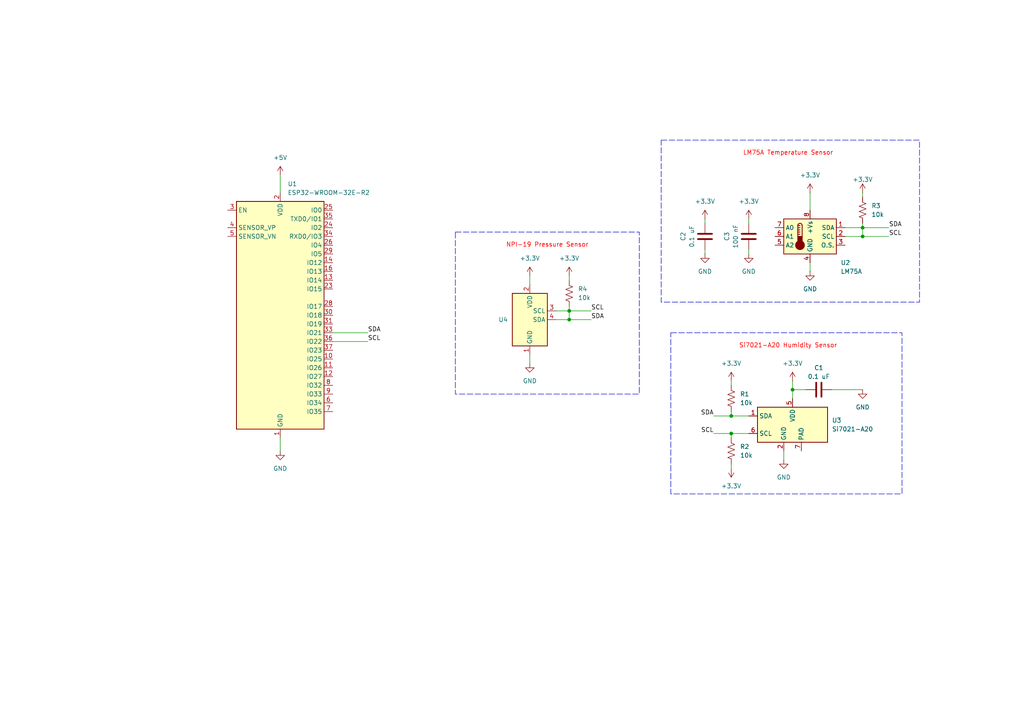
<source format=kicad_sch>
(kicad_sch (version 20250114) (generator "eeschema") (generator_version "9.0")
  (paper "A4")
  (lib_symbols
    (symbol "Device:C" (pin_numbers (hide yes)) (pin_names (offset 0.254))
      (property "Reference" "C" (at 0.635 2.54 0))
      (property "Value" "C" (at 0.635 -2.54 0))
      (symbol "C_0_1"
        (polyline (pts (xy -2.032 0.762) (xy 2.032 0.762)) (stroke (width 0.508)))
        (polyline (pts (xy -2.032 -0.762) (xy 2.032 -0.762)) (stroke (width 0.508)))
      )
      (symbol "C_1_1"
        (pin passive line (at 0 3.81 270) (length 2.794) (name "~") (number "1"))
        (pin passive line (at 0 -3.81 90) (length 2.794) (name "~") (number "2"))
      )
    )
    (symbol "Device:R_US" (pin_numbers (hide yes)) (pin_names (offset 0))
      (property "Reference" "R" (at 2.54 0 90))
      (property "Value" "R_US" (at -2.54 0 90))
      (symbol "R_US_0_1"
        (polyline (pts (xy 0 2.286) (xy 0 2.54)))
        (polyline (pts (xy 0 2.286) (xy 1.016 1.905) (xy 0 1.524) (xy -1.016 1.143) (xy 0 0.762)))
        (polyline (pts (xy 0 0.762) (xy 1.016 0.381) (xy 0 0) (xy -1.016 -0.381) (xy 0 -0.762)))
        (polyline (pts (xy 0 -0.762) (xy 1.016 -1.143) (xy 0 -1.524) (xy -1.016 -1.905) (xy 0 -2.286)))
        (polyline (pts (xy 0 -2.286) (xy 0 -2.54)))
      )
      (symbol "R_US_1_1"
        (pin passive line (at 0 3.81 270) (length 1.27) (name "~") (number "1"))
        (pin passive line (at 0 -3.81 90) (length 1.27) (name "~") (number "2"))
      )
    )
    (symbol "RF_Module:ESP32-WROOM-32E-R2"
      (property "Reference" "U" (at -12.7 34.29 0))
      (property "Value" "ESP32-WROOM-32E-R2" (at 1.27 34.29 0))
      (symbol "ESP32-WROOM-32E-R2_0_1"
        (rectangle (start -12.7 33.02) (end 12.7 -33.02) (stroke (width 0.254)) (fill (type background)))
      )
      (symbol "ESP32-WROOM-32E-R2_1_1"
        (pin input line (at -15.24 30.48 0) (length 2.54) (name "EN") (number "3"))
        (pin input line (at -15.24 25.4 0) (length 2.54) (name "SENSOR_VP") (number "4"))
        (pin input line (at -15.24 22.86 0) (length 2.54) (name "SENSOR_VN") (number "5"))
        (pin no_connect line (at -12.7 0 0) (length 2.54) (hide yes) (name "NC") (number "21"))
        (pin no_connect line (at -12.7 -2.54 0) (length 2.54) (hide yes) (name "NC") (number "22"))
        (pin no_connect line (at -12.7 -5.08 0) (length 2.54) (hide yes) (name "NC") (number "17"))
        (pin no_connect line (at -12.7 -7.62 0) (length 2.54) (hide yes) (name "NC") (number "18"))
        (pin no_connect line (at -12.7 -10.16 0) (length 2.54) (hide yes) (name "NC") (number "20"))
        (pin no_connect line (at -12.7 -12.7 0) (length 2.54) (hide yes) (name "NC") (number "19"))
        (pin no_connect line (at -12.7 -27.94 0) (length 2.54) (hide yes) (name "NC") (number "32"))
        (pin power_in line (at 0 35.56 270) (length 2.54) (name "VDD") (number "2"))
        (pin power_in line (at 0 -35.56 90) (length 2.54) (name "GND") (number "1"))
        (pin passive line (at 0 -35.56 90) (length 2.54) (hide yes) (name "GND") (number "15"))
        (pin passive line (at 0 -35.56 90) (length 2.54) (hide yes) (name "GND") (number "38"))
        (pin passive line (at 0 -35.56 90) (length 2.54) (hide yes) (name "GND") (number "39"))
        (pin no_connect line (at 12.7 5.08 180) (length 2.54) (hide yes) (name "NC") (number "27"))
        (pin bidirectional line (at 15.24 30.48 180) (length 2.54) (name "IO0") (number "25"))
        (pin bidirectional line (at 15.24 27.94 180) (length 2.54) (name "TXD0/IO1") (number "35"))
        (pin bidirectional line (at 15.24 25.4 180) (length 2.54) (name "IO2") (number "24"))
        (pin bidirectional line (at 15.24 22.86 180) (length 2.54) (name "RXD0/IO3") (number "34"))
        (pin bidirectional line (at 15.24 20.32 180) (length 2.54) (name "IO4") (number "26"))
        (pin bidirectional line (at 15.24 17.78 180) (length 2.54) (name "IO5") (number "29"))
        (pin bidirectional line (at 15.24 15.24 180) (length 2.54) (name "IO12") (number "14"))
        (pin bidirectional line (at 15.24 12.7 180) (length 2.54) (name "IO13") (number "16"))
        (pin bidirectional line (at 15.24 10.16 180) (length 2.54) (name "IO14") (number "13"))
        (pin bidirectional line (at 15.24 7.62 180) (length 2.54) (name "IO15") (number "23"))
        (pin bidirectional line (at 15.24 2.54 180) (length 2.54) (name "IO17") (number "28"))
        (pin bidirectional line (at 15.24 0 180) (length 2.54) (name "IO18") (number "30"))
        (pin bidirectional line (at 15.24 -2.54 180) (length 2.54) (name "IO19") (number "31"))
        (pin bidirectional line (at 15.24 -5.08 180) (length 2.54) (name "IO21") (number "33"))
        (pin bidirectional line (at 15.24 -7.62 180) (length 2.54) (name "IO22") (number "36"))
        (pin bidirectional line (at 15.24 -10.16 180) (length 2.54) (name "IO23") (number "37"))
        (pin bidirectional line (at 15.24 -12.7 180) (length 2.54) (name "IO25") (number "10"))
        (pin bidirectional line (at 15.24 -15.24 180) (length 2.54) (name "IO26") (number "11"))
        (pin bidirectional line (at 15.24 -17.78 180) (length 2.54) (name "IO27") (number "12"))
        (pin bidirectional line (at 15.24 -20.32 180) (length 2.54) (name "IO32") (number "8"))
        (pin bidirectional line (at 15.24 -22.86 180) (length 2.54) (name "IO33") (number "9"))
        (pin input line (at 15.24 -25.4 180) (length 2.54) (name "IO34") (number "6"))
        (pin input line (at 15.24 -27.94 180) (length 2.54) (name "IO35") (number "7"))
      )
    )
    (symbol "Sensor_Humidity:Si7021-A20"
      (property "Reference" "U" (at -5.08 7.62 0))
      (property "Value" "Si7021-A20" (at -10.16 10.16 0))
      (symbol "Si7021-A20_0_1"
        (rectangle (start -10.16 5.08) (end 10.16 -5.08) (stroke (width 0.254)) (fill (type background)))
      )
      (symbol "Si7021-A20_1_1"
        (pin bidirectional line (at -12.7 2.54 0) (length 2.54) (name "SDA") (number "1"))
        (pin input line (at -12.7 -2.54 0) (length 2.54) (name "SCL") (number "6"))
        (pin power_in line (at -2.54 -7.62 90) (length 2.54) (name "GND") (number "2"))
        (pin power_in line (at 0 7.62 270) (length 2.54) (name "VDD") (number "5"))
        (pin passive line (at 2.54 -7.62 90) (length 2.54) (name "PAD") (number "7"))
        (pin no_connect line (at 10.16 2.54 180) (length 2.54) (hide yes) (name "NC") (number "3"))
        (pin no_connect line (at 10.16 -2.54 180) (length 2.54) (hide yes) (name "NC") (number "4"))
      )
    )
    (symbol "Sensor_Pressure:MS5837-xxBA"
      (property "Reference" "U" (at 1.27 11.43 0))
      (property "Value" "MS5837-xxBA" (at 1.27 8.89 0))
      (symbol "MS5837-xxBA_0_1"
        (rectangle (start -5.08 7.62) (end 5.08 -7.62) (stroke (width 0.254)) (fill (type background)))
      )
      (symbol "MS5837-xxBA_1_1"
        (pin power_in line (at 0 10.16 270) (length 2.54) (name "VDD") (number "2"))
        (pin power_in line (at 0 -10.16 90) (length 2.54) (name "GND") (number "1"))
        (pin passive line (at 7.62 2.54 180) (length 2.54) (name "SCL") (number "3"))
        (pin bidirectional line (at 7.62 0 180) (length 2.54) (name "SDA") (number "4"))
      )
    )
    (symbol "Sensor_Temperature:LM75B"
      (property "Reference" "U" (at -6.35 11.43 0))
      (property "Value" "LM75B" (at 0 11.43 0))
      (symbol "LM75B_0_1"
        (rectangle (start -7.62 5.08) (end 7.62 -5.08) (stroke (width 0.254)) (fill (type background)))
        (polyline (pts (xy -3.556 3.175) (xy -3.556 0)) (stroke (width 0.254)))
        (polyline (pts (xy -3.556 3.175) (xy -2.921 3.175)) (stroke (width 0.254)))
        (polyline (pts (xy -3.556 2.54) (xy -2.921 2.54)) (stroke (width 0.254)))
        (polyline (pts (xy -3.556 1.905) (xy -2.921 1.905)) (stroke (width 0.254)))
        (polyline (pts (xy -3.556 1.27) (xy -2.921 1.27)) (stroke (width 0.254)))
        (polyline (pts (xy -3.556 0.635) (xy -2.921 0.635)) (stroke (width 0.254)))
        (rectangle (start -3.556 0) (end -2.286 -1.905) (stroke (width 0.254)) (fill (type outline)))
        (arc (start -3.556 3.175) (mid -2.921 3.8073) (end -2.286 3.175) (stroke (width 0.254)))
        (circle (center -2.921 -2.54) (radius 1.27) (stroke (width 0.254)) (fill (type outline)))
        (polyline (pts (xy -2.286 3.175) (xy -2.286 0)) (stroke (width 0.254)))
      )
      (symbol "LM75B_1_1"
        (pin input line (at -10.16 2.54 0) (length 2.54) (name "A0") (number "7"))
        (pin input line (at -10.16 0 0) (length 2.54) (name "A1") (number "6"))
        (pin input line (at -10.16 -2.54 0) (length 2.54) (name "A2") (number "5"))
        (pin power_in line (at 0 7.62 270) (length 2.54) (name "+Vs") (number "8"))
        (pin power_in line (at 0 -7.62 90) (length 2.54) (name "GND") (number "4"))
        (pin bidirectional line (at 10.16 2.54 180) (length 2.54) (name "SDA") (number "1"))
        (pin input line (at 10.16 0 180) (length 2.54) (name "SCL") (number "2"))
        (pin open_collector line (at 10.16 -2.54 180) (length 2.54) (name "O.S.") (number "3"))
      )
    )
    (symbol "power:+3.3V" (power) (pin_numbers (hide yes)) (pin_names (offset 0) (hide yes))
      (property "Value" "+3.3V" (at 0 3.556 0))
      (symbol "+3.3V_0_1"
        (polyline (pts (xy -0.762 1.27) (xy 0 2.54)))
        (polyline (pts (xy 0 2.54) (xy 0.762 1.27)))
        (polyline (pts (xy 0 0) (xy 0 2.54)))
      )
      (symbol "+3.3V_1_1"
        (pin power_in line (at 0 0 90) (length 0) (name "~") (number "1"))
      )
    )
    (symbol "power:GND" (power) (pin_numbers (hide yes)) (pin_names (offset 0) (hide yes))
      (property "Value" "GND" (at 0 -3.81 0))
      (symbol "GND_0_1"
        (polyline (pts (xy 0 0) (xy 0 -1.27) (xy 1.27 -1.27) (xy 0 -2.54) (xy -1.27 -1.27) (xy 0 -1.27)))
      )
      (symbol "GND_1_1"
        (pin power_in line (at 0 0 270) (length 0) (name "~") (number "1"))
      )
    )
  )
  (rectangle (start 191.77 40.64) (end 266.7 87.63) (stroke (width 0) (type dash)))
  (rectangle (start 194.564 96.52) (end 261.62 143.256) (stroke (width 0) (type dash)))
  (rectangle (start 132.08 67.31) (end 185.42 114.3) (stroke (width 0) (type dash)))
  (text "NPI-19 Pressure Sensor\n" (at 158.75 71.12 0) (effects (font (size 1.27 1.27) (thickness 0.1588))))
  (text "Si7021-A20 Humidity Sensor" (at 228.6 100.33 0) (effects (font (size 1.27 1.27) (thickness 0.1588))))
  (text "LM75A Temperature Sensor\n" (at 228.6 44.45 0) (effects (font (size 1.27 1.27) (thickness 0.1588))))
  (junction (at 212.09 125.73))
  (junction (at 250.19 68.58))
  (junction (at 229.87 113.03))
  (junction (at 212.09 120.65))
  (junction (at 250.19 66.04))
  (junction (at 165.1 92.71))
  (junction (at 165.1 90.17))
  (wire (pts (xy 161.29 90.17) (xy 165.1 90.17)))
  (wire (pts (xy 229.87 113.03) (xy 233.68 113.03)))
  (wire (pts (xy 165.1 90.17) (xy 165.1 88.9)))
  (wire (pts (xy 165.1 92.71) (xy 171.45 92.71)))
  (wire (pts (xy 81.28 127) (xy 81.28 130.81)))
  (wire (pts (xy 96.52 99.06) (xy 106.68 99.06)))
  (wire (pts (xy 204.47 72.39) (xy 204.47 73.66)))
  (wire (pts (xy 250.19 55.88) (xy 250.19 57.15)))
  (wire (pts (xy 212.09 119.38) (xy 212.09 120.65)))
  (wire (pts (xy 165.1 80.01) (xy 165.1 81.28)))
  (wire (pts (xy 212.09 120.65) (xy 217.17 120.65)))
  (wire (pts (xy 207.01 125.73) (xy 212.09 125.73)))
  (wire (pts (xy 217.17 63.5) (xy 217.17 64.77)))
  (wire (pts (xy 250.19 66.04) (xy 257.81 66.04)))
  (wire (pts (xy 229.87 113.03) (xy 229.87 115.57)))
  (wire (pts (xy 96.52 96.52) (xy 106.68 96.52)))
  (wire (pts (xy 165.1 92.71) (xy 165.1 90.17)))
  (wire (pts (xy 250.19 68.58) (xy 250.19 66.04)))
  (wire (pts (xy 212.09 125.73) (xy 212.09 127)))
  (wire (pts (xy 245.11 66.04) (xy 250.19 66.04)))
  (wire (pts (xy 165.1 90.17) (xy 171.45 90.17)))
  (wire (pts (xy 234.95 76.2) (xy 234.95 78.74)))
  (wire (pts (xy 250.19 66.04) (xy 250.19 64.77)))
  (wire (pts (xy 250.19 68.58) (xy 257.81 68.58)))
  (wire (pts (xy 217.17 72.39) (xy 217.17 73.66)))
  (wire (pts (xy 227.33 130.81) (xy 227.33 133.35)))
  (wire (pts (xy 229.87 110.49) (xy 229.87 113.03)))
  (wire (pts (xy 212.09 110.49) (xy 212.09 111.76)))
  (wire (pts (xy 81.28 50.8) (xy 81.28 55.88)))
  (wire (pts (xy 234.95 55.88) (xy 234.95 60.96)))
  (wire (pts (xy 241.3 113.03) (xy 250.19 113.03)))
  (wire (pts (xy 161.29 92.71) (xy 165.1 92.71)))
  (wire (pts (xy 153.67 102.87) (xy 153.67 105.41)))
  (wire (pts (xy 212.09 134.62) (xy 212.09 135.89)))
  (wire (pts (xy 207.01 120.65) (xy 212.09 120.65)))
  (wire (pts (xy 245.11 68.58) (xy 250.19 68.58)))
  (wire (pts (xy 217.17 125.73) (xy 212.09 125.73)))
  (wire (pts (xy 204.47 63.5) (xy 204.47 64.77)))
  (wire (pts (xy 153.67 80.01) (xy 153.67 82.55)))
  (label "SCL" (at 171.45 90.17 0))
  (label "SDA" (at 171.45 92.71 0))
  (label "SDA" (at 257.81 66.04 0))
  (label "SDA" (at 207.01 120.65 180))
  (label "SDA" (at 106.68 96.52 0))
  (label "SCL" (at 257.81 68.58 0))
  (label "SCL" (at 106.68 99.06 0))
  (label "SCL" (at 207.01 125.73 180))
  (symbol (lib_id "power:+3.3V") (at 212.09 135.89 180) (unit 1)
    (property "Reference" "#PWR08" (effects (hide yes)))
    (property "Value" "+3.3V" (at 212.09 140.97 0))
    (property "Description" "Power symbol creates a global label with name \"+3.3V\"" (effects (hide yes)))
  )
  (symbol (lib_id "power:+3.3V") (at 212.09 110.49 0) (unit 1)
    (property "Reference" "#PWR05" (effects (hide yes)))
    (property "Value" "+3.3V" (at 212.09 105.41 0))
    (property "Description" "Power symbol creates a global label with name \"+3.3V\"" (effects (hide yes)))
  )
  (symbol (lib_id "power:+3.3V") (at 234.95 55.88 0) (unit 1)
    (property "Reference" "#PWR010" (effects (hide yes)))
    (property "Value" "+3.3V" (at 234.95 50.8 0))
    (property "Description" "Power symbol creates a global label with name \"+3.3V\"" (effects (hide yes)))
  )
  (symbol (lib_id "RF_Module:ESP32-WROOM-32E-R2") (at 81.28 91.44 0) (unit 1)
    (property "Reference" "U1" (at 83.4233 53.34 0) (effects (justify left)))
    (property "Value" "ESP32-WROOM-32E-R2" (at 83.4233 55.88 0) (effects (justify left)))
    (property "Footprint" "RF_Module:ESP32-WROOM-32D" (effects (hide yes)))
    (property "Datasheet" "https://www.espressif.com/sites/default/files/documentation/esp32-wroom-32e_esp32-wroom-32ue_datasheet_en.pdf" (effects (hide yes)))
    (property "Description" "RF Module, ESP32-D0WDR2-V3 SoC, with 2MB PSRAM, Wi-Fi 802.11b/g/n, Bluetooth, BLE, 32-bit, 2.7-3.6V, onboard antenna, SMD" (effects (hide yes)))
  )
  (symbol (lib_id "power:GND") (at 153.67 105.41 0) (unit 1)
    (property "Reference" "#PWR018" (effects (hide yes)))
    (property "Value" "GND" (at 153.67 110.49 0))
    (property "Description" "Power symbol creates a global label with name \"GND\" , ground" (effects (hide yes)))
  )
  (symbol (lib_id "power:+3.3V") (at 250.19 55.88 0) (unit 1)
    (property "Reference" "#PWR012" (effects (hide yes)))
    (property "Value" "+3.3V" (at 250.19 52.07 0))
    (property "Description" "Power symbol creates a global label with name \"+3.3V\"" (effects (hide yes)))
  )
  (symbol (lib_id "power:GND") (at 204.47 73.66 0) (unit 1)
    (property "Reference" "#PWR014" (effects (hide yes)))
    (property "Value" "GND" (at 204.47 78.74 0))
    (property "Description" "Power symbol creates a global label with name \"GND\" , ground" (effects (hide yes)))
  )
  (symbol (lib_id "power:GND") (at 234.95 78.74 0) (unit 1)
    (property "Reference" "#PWR011" (effects (hide yes)))
    (property "Value" "GND" (at 234.95 83.82 0))
    (property "Description" "Power symbol creates a global label with name \"GND\" , ground" (effects (hide yes)))
  )
  (symbol (lib_id "power:GND") (at 227.33 133.35 0) (unit 1)
    (property "Reference" "#PWR07" (effects (hide yes)))
    (property "Value" "GND" (at 227.33 138.43 0))
    (property "Description" "Power symbol creates a global label with name \"GND\" , ground" (effects (hide yes)))
  )
  (symbol (lib_id "Sensor_Temperature:LM75B") (at 234.95 68.58 0) (unit 1)
    (property "Reference" "U2" (at 243.84 76.2 0) (effects (justify left)))
    (property "Value" "LM75A" (at 243.84 78.74 0) (effects (justify left)))
    (property "Datasheet" "http://www.ti.com/lit/ds/symlink/lm75b.pdf" (effects (hide yes)))
    (property "Description" "Digital Temperature Sensor & Thermal Watchdog with LP on I2C and bus fault timeout, SOIC-8 and VSSOP-8" (effects (hide yes)))
  )
  (symbol (lib_id "power:GND") (at 81.28 130.81 0) (unit 1)
    (property "Reference" "#PWR020" (effects (hide yes)))
    (property "Value" "GND" (at 81.28 135.89 0))
    (property "Description" "Power symbol creates a global label with name \"GND\" , ground" (effects (hide yes)))
  )
  (symbol (lib_id "Device:R_US") (at 250.19 60.96 180) (unit 1)
    (property "Reference" "R3" (at 252.73 59.6899 0) (effects (justify right)))
    (property "Value" "10k" (at 252.73 62.2299 0) (effects (justify right)))
    (property "Description" "Resistor, US symbol" (effects (hide yes)))
  )
  (symbol (lib_id "Device:R_US") (at 212.09 115.57 180) (unit 1)
    (property "Reference" "R1" (at 214.63 114.2999 0) (effects (justify right)))
    (property "Value" "10k" (at 214.63 116.8399 0) (effects (justify right)))
    (property "Description" "Resistor, US symbol" (effects (hide yes)))
  )
  (symbol (lib_id "power:GND") (at 250.19 113.03 0) (unit 1)
    (property "Reference" "#PWR09" (effects (hide yes)))
    (property "Value" "GND" (at 250.19 118.11 0))
    (property "Description" "Power symbol creates a global label with name \"GND\" , ground" (effects (hide yes)))
  )
  (symbol (lib_id "power:+3.3V") (at 229.87 110.49 0) (unit 1)
    (property "Reference" "#PWR02" (effects (hide yes)))
    (property "Value" "+3.3V" (at 229.87 105.41 0))
    (property "Description" "Power symbol creates a global label with name \"+3.3V\"" (effects (hide yes)))
  )
  (symbol (lib_id "power:GND") (at 217.17 73.66 0) (unit 1)
    (property "Reference" "#PWR016" (effects (hide yes)))
    (property "Value" "GND" (at 217.17 78.74 0))
    (property "Description" "Power symbol creates a global label with name \"GND\" , ground" (effects (hide yes)))
  )
  (symbol (lib_id "power:+3.3V") (at 165.1 80.01 0) (unit 1)
    (property "Reference" "#PWR017" (effects (hide yes)))
    (property "Value" "+3.3V" (at 165.1 74.93 0))
    (property "Description" "Power symbol creates a global label with name \"+3.3V\"" (effects (hide yes)))
  )
  (symbol (lib_id "Sensor_Humidity:Si7021-A20") (at 229.87 123.19 0) (unit 1)
    (property "Reference" "U3" (at 241.3 121.9199 0) (effects (justify left)))
    (property "Value" "Si7021-A20" (at 241.3 124.4599 0) (effects (justify left)))
    (property "Footprint" "Package_DFN_QFN:DFN-6-1EP_3x3mm_P1mm_EP1.5x2.4mm" (effects (hide yes)))
    (property "Datasheet" "https://www.silabs.com/documents/public/data-sheets/Si7021-A20.pdf" (effects (hide yes)))
    (property "Description" "I2C Humidity and Temperature Sensor, DFN-6" (effects (hide yes)))
  )
  (symbol (lib_id "Device:C") (at 237.49 113.03 90) (unit 1)
    (property "Reference" "C1" (at 237.49 106.68 90))
    (property "Value" "0.1 uF" (at 237.49 109.22 90))
    (property "Description" "Unpolarized capacitor" (effects (hide yes)))
  )
  (symbol (lib_id "Device:R_US") (at 165.1 85.09 180) (unit 1)
    (property "Reference" "R4" (at 167.64 83.8199 0) (effects (justify right)))
    (property "Value" "10k" (at 167.64 86.3599 0) (effects (justify right)))
    (property "Description" "Resistor, US symbol" (effects (hide yes)))
  )
  (symbol (lib_id "power:+3.3V") (at 204.47 63.5 0) (unit 1)
    (property "Reference" "#PWR013" (effects (hide yes)))
    (property "Value" "+3.3V" (at 204.47 58.42 0))
    (property "Description" "Power symbol creates a global label with name \"+3.3V\"" (effects (hide yes)))
  )
  (symbol (lib_id "Sensor_Pressure:MS5837-xxBA") (at 153.67 92.71 0) (unit 1)
    (property "Reference" "U4" (at 147.32 92.7099 0) (effects (justify right)))
    (property "Value" "NPI-19" (effects (hide yes)))
    (property "Footprint" "Sensor_Pressure:TE_MS5837-xxBA" (effects (hide yes)))
    (property "Datasheet" "https://www.te.com/commerce/DocumentDelivery/DDEController?Action=showdoc&DocId=Data+Sheet%7FMS5837-30BA%7FB1%7Fpdf%7FEnglish%7FENG_DS_MS5837-30BA_B1.pdf%7FCAT-BLPS0017" (effects (hide yes)))
    (property "Description" "Ultra-small, gel-filled, pressure sensor with stainless steel cap" (effects (hide yes)))
  )
  (symbol (lib_id "Device:C") (at 204.47 68.58 180) (unit 1)
    (property "Reference" "C2" (at 198.12 68.58 90))
    (property "Value" "0.1 uF" (at 200.66 68.58 90))
    (property "Description" "Unpolarized capacitor" (effects (hide yes)))
  )
  (symbol (lib_id "Device:R_US") (at 212.09 130.81 180) (unit 1)
    (property "Reference" "R2" (at 214.63 129.5399 0) (effects (justify right)))
    (property "Value" "10k" (at 214.63 132.0799 0) (effects (justify right)))
    (property "Description" "Resistor, US symbol" (effects (hide yes)))
  )
  (symbol (lib_id "power:+3.3V") (at 153.67 80.01 0) (unit 1)
    (property "Reference" "#PWR06" (effects (hide yes)))
    (property "Value" "+3.3V" (at 153.67 74.93 0))
    (property "Description" "Power symbol creates a global label with name \"+3.3V\"" (effects (hide yes)))
  )
  (symbol (lib_id "power:+3.3V") (at 217.17 63.5 0) (unit 1)
    (property "Reference" "#PWR015" (effects (hide yes)))
    (property "Value" "+3.3V" (at 217.17 58.42 0))
    (property "Description" "Power symbol creates a global label with name \"+3.3V\"" (effects (hide yes)))
  )
  (symbol (lib_id "Device:C") (at 217.17 68.58 180) (unit 1)
    (property "Reference" "C3" (at 210.82 68.58 90))
    (property "Value" "100 nF" (at 213.36 68.58 90))
    (property "Description" "Unpolarized capacitor" (effects (hide yes)))
  )
  (symbol (lib_id "power:+3.3V") (at 81.28 50.8 0) (unit 1)
    (property "Reference" "#PWR019" (effects (hide yes)))
    (property "Value" "+5V" (at 81.28 45.72 0))
    (property "Description" "Power symbol creates a global label with name \"+3.3V\"" (effects (hide yes)))
  )
)
</source>
